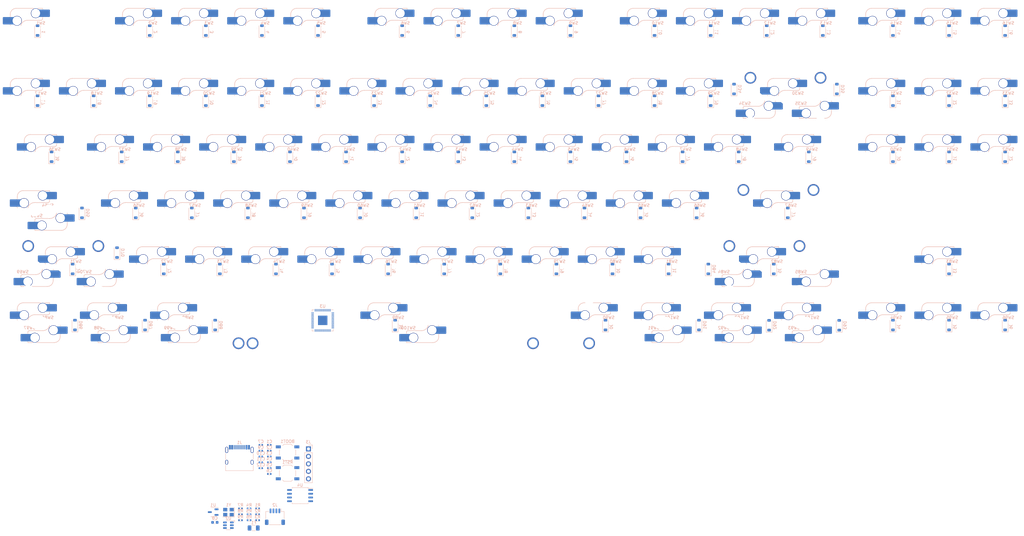
<source format=kicad_pcb>
(kicad_pcb (version 20221018) (generator pcbnew)
  (layers (0 "F.Cu" signal) (31 "B.Cu" signal) (34 "B.Paste" user) (35 "F.Paste" user) (36 "B.SilkS" user "B.Silkscreen") (37 "F.SilkS" user "F.Silkscreen") (38 "B.Mask" user) (39 "F.Mask" user) (44 "Edge.Cuts" user))
  (net 0 "")
  (net 1 "GND")
  (net 2 "Net-(BOOT1-Pad2)")
  (net 3 "+5V")
  (net 4 "+3V3")
  (net 5 "XIN")
  (net 6 "Net-(C4-Pad2)")
  (net 7 "+1V1")
  (net 9 "Net-(D1-A)")
  (net 11 "Net-(D2-A)")
  (net 13 "Net-(D3-A)")
  (net 15 "Net-(D4-A)")
  (net 17 "Net-(D5-A)")
  (net 19 "Net-(D6-A)")
  (net 21 "Net-(D7-A)")
  (net 23 "Net-(D8-A)")
  (net 25 "Net-(D9-A)")
  (net 27 "Net-(D10-A)")
  (net 29 "Net-(D11-A)")
  (net 31 "Net-(D12-A)")
  (net 33 "Net-(D13-A)")
  (net 35 "Net-(D14-A)")
  (net 37 "Net-(D15-A)")
  (net 39 "Net-(D16-A)")
  (net 41 "Net-(D17-A)")
  (net 43 "Net-(D18-A)")
  (net 45 "Net-(D19-A)")
  (net 47 "Net-(D20-A)")
  (net 49 "Net-(D21-A)")
  (net 51 "Net-(D22-A)")
  (net 53 "Net-(D23-A)")
  (net 55 "Net-(D24-A)")
  (net 57 "Net-(D25-A)")
  (net 59 "Net-(D26-A)")
  (net 61 "Net-(D27-A)")
  (net 63 "Net-(D28-A)")
  (net 65 "Net-(D29-A)")
  (net 67 "Net-(D31-A)")
  (net 69 "Net-(D32-A)")
  (net 71 "Net-(D33-A)")
  (net 73 "Net-(D34-A)")
  (net 75 "Net-(D35-A)")
  (net 77 "Net-(D36-A)")
  (net 79 "Net-(D37-A)")
  (net 81 "Net-(D38-A)")
  (net 83 "Net-(D39-A)")
  (net 85 "Net-(D40-A)")
  (net 87 "Net-(D41-A)")
  (net 89 "Net-(D42-A)")
  (net 91 "Net-(D43-A)")
  (net 93 "Net-(D44-A)")
  (net 95 "Net-(D45-A)")
  (net 97 "Net-(D46-A)")
  (net 99 "Net-(D47-A)")
  (net 101 "Net-(D48-A)")
  (net 103 "Net-(D49-A)")
  (net 105 "Net-(D50-A)")
  (net 107 "Net-(D51-A)")
  (net 109 "Net-(D52-A)")
  (net 111 "Net-(D55-A)")
  (net 113 "Net-(D56-A)")
  (net 115 "Net-(D57-A)")
  (net 117 "Net-(D58-A)")
  (net 119 "Net-(D59-A)")
  (net 121 "Net-(D60-A)")
  (net 123 "Net-(D61-A)")
  (net 125 "Net-(D62-A)")
  (net 127 "Net-(D63-A)")
  (net 129 "Net-(D64-A)")
  (net 131 "Net-(D65-A)")
  (net 133 "Net-(D66-A)")
  (net 135 "Net-(D67-A)")
  (net 137 "Net-(D69-A)")
  (net 139 "Net-(D70-A)")
  (net 141 "Net-(D72-A)")
  (net 143 "Net-(D73-A)")
  (net 145 "Net-(D74-A)")
  (net 147 "Net-(D75-A)")
  (net 149 "Net-(D76-A)")
  (net 151 "Net-(D77-A)")
  (net 153 "Net-(D78-A)")
  (net 155 "Net-(D79-A)")
  (net 157 "Net-(D80-A)")
  (net 159 "Net-(D81-A)")
  (net 161 "Net-(D83-A)")
  (net 163 "Net-(D84-A)")
  (net 165 "Net-(D85-A)")
  (net 167 "Net-(D86-A)")
  (net 169 "Net-(D87-A)")
  (net 171 "Net-(D88-A)")
  (net 173 "Net-(D89-A)")
  (net 175 "Net-(D90-A)")
  (net 177 "Net-(D91-A)")
  (net 179 "Net-(D92-A)")
  (net 181 "Net-(D93-A)")
  (net 183 "Net-(D94-A)")
  (net 185 "Net-(D95-A)")
  (net 187 "Net-(D96-A)")
  (net 188 "VBUS")
  (net 189 "Net-(J1-CC1)")
  (net 190 "D+")
  (net 191 "D-")
  (net 193 "Net-(J1-CC2)")
  (net 195 "RESET")
  (net 196 "SWC")
  (net 197 "SWD")
  (net 198 "Net-(R4-Pad1)")
  (net 199 "Q_SEL")
  (net 200 "XOUT")
  (net 201 "Net-(U3-USB_DP)")
  (net 202 "Net-(U3-USB_DM)")
  (net 336 "Q_IO3")
  (net 337 "Q_CLK")
  (net 338 "Q_IO0")
  (net 339 "Q_IO2")
  (net 340 "Q_IO1")
  (footprint "PCM_marbastlib-mx:STAB_MX_P_6.25u" (layer "F.Cu") (at 146.05 125.4125 180)
    (fp_text reference "S2" hide)
    (fp_text value "MX_stab")
  )
  (footprint "PCM_marbastlib-mx:STAB_MX_P_2.25u" (layer "F.Cu") (at 279.4 87.3125)
    (fp_text reference "S1" hide)
    (fp_text value "MX_stab")
  )
  (footprint "PCM_marbastlib-mx:STAB_MX_P_2.75u" (layer "F.Cu") (at 274.6375 106.3625)
    (fp_text reference "S4" hide)
    (fp_text value "MX_stab")
  )
  (footprint "PCM_marbastlib-mx:STAB_MX_P_2u" (layer "F.Cu") (at 281.78125 49.2125)
    (fp_text reference "S6" hide)
    (fp_text value "MX_stab")
  )
  (footprint "PCM_marbastlib-mx:STAB_MX_P_2.25u" (layer "F.Cu") (at 36.5125 106.3625)
    (fp_text reference "S5" hide)
    (fp_text value "MX_stab")
  )
  (footprint "PCM_marbastlib-mx:STAB_MX_P_7u" (layer "F.Cu") (at 157.95625 125.4125 180)
    (fp_text reference "S3" hide)
    (fp_text value "MX_stab")
  )
  (footprint "Diode_SMD:D_SOD-123" (layer "B.Cu") (at 337.34375 50.00625 90)
    (fp_text reference "D32")
    (fp_text value "D_Small")
  )
  (footprint "Diode_SMD:D_SOD-123" (layer "B.Cu") (at 265.90625 69.05625 90)
    (fp_text reference "D48")
    (fp_text value "D_Small")
  )
  (footprint "Diode_SMD:D_SOD-123" (layer "B.Cu") (at 161.13125 50.00625 90)
    (fp_text reference "D24")
    (fp_text value "D_Small")
  )
  (footprint "PCM_marbastlib-mx:SW_MX_HS_1.25u" (layer "B.Cu") (at 26.9875 125.4125 180)
    (fp_text reference "SW86")
    (fp_text value "MX_SW_HS" hide)
  )
  (footprint "Diode_SMD:D_SOD-123" (layer "B.Cu") (at 223.04375 107.15625 90)
    (fp_text reference "D80")
    (fp_text value "D_Small")
  )
  (footprint "marbastlib-mx:SW_MX_HS_1u" (layer "B.Cu") (at 43.65625 49.2125 180)
    (fp_text reference "SW18")
    (fp_text value "MX_SW_HS" hide)
  )
  (footprint "marbastlib-mx:SW_MX_HS_1u" (layer "B.Cu") (at 353.21875 49.2125 180)
    (fp_text reference "SW33")
    (fp_text value "MX_SW_HS" hide)
  )
  (footprint "Diode_SMD:D_SOD-123" (layer "B.Cu") (at 149.225 126.20625 90)
    (fp_text reference "D89")
    (fp_text value "D_Small")
  )
  (footprint "marbastlib-mx:SW_MX_HS_1u" (layer "B.Cu") (at 153.19375 87.3125 180)
    (fp_text reference "SW61")
    (fp_text value "MX_SW_HS" hide)
  )
  (footprint "Diode_SMD:D_SOD-123" (layer "B.Cu") (at 65.88125 50.00625 90)
    (fp_text reference "D19")
    (fp_text value "D_Small")
  )
  (footprint "Capacitor_SMD:C_0402_1005Metric" (layer "B.Cu") (at 103.6075 168.905 180)
    (fp_text reference "C9")
    (fp_text value "1u")
  )
  (footprint "marbastlib-mx:SW_MX_HS_1u" (layer "B.Cu") (at 53.18125 125.4125)
    (fp_text reference "SW98")
    (fp_text value "MX_SW_HS" hide)
  )
  (footprint "Diode_SMD:D_SOD-123" (layer "B.Cu") (at 318.29375 26.19375 90)
    (fp_text reference "D14")
    (fp_text value "D_Small")
  )
  (footprint "Diode_SMD:D_SOD-123" (layer "B.Cu") (at 356.39375 126.20625 90)
    (fp_text reference "D96")
    (fp_text value "D_Small")
  )
  (footprint "Connector_JST:JST_SH_SM04B-SRSS-TB_1x04-1MP_P1.00mm_Horizontal" (layer "B.Cu") (at 108.3975 191.325 180)
    (fp_text reference "J2")
    (fp_text value "Conn_01x04")
  )
  (footprint "marbastlib-mx:SW_MX_HS_1u" (layer "B.Cu") (at 110.33125 68.2625 180)
    (fp_text reference "SW40")
    (fp_text value "MX_SW_HS" hide)
  )
  (footprint "PCM_marbastlib-mx:SW_MX_HS_1.5u" (layer "B.Cu") (at 238.91875 125.4125 180)
    (fp_text reference "SW101")
    (fp_text value "MX_SW_HS" hide)
  )
  (footprint "marbastlib-mx:SW_MX_HS_1u" (layer "B.Cu") (at 234.15625 25.4 180)
    (fp_text reference "SW10")
    (fp_text value "MX_SW_HS" hide)
  )
  (footprint "marbastlib-mx:SW_MX_HS_1u" (layer "B.Cu") (at 24.60625 49.2125 180)
    (fp_text reference "SW17")
    (fp_text value "MX_SW_HS" hide)
  )
  (footprint "Diode_SMD:D_SOD-123" (layer "B.Cu") (at 108.74375 107.15625 90)
    (fp_text reference "D74")
    (fp_text value "D_Small")
  )
  (footprint "PCM_marbastlib-various:SOT-23-6-routable" (layer "B.Cu") (at 92.5825 194.195 180)
    (fp_text reference "U2")
    (fp_text value "SRV05-4")
  )
  (footprint "marbastlib-mx:SW_MX_HS_1u" (layer "B.Cu") (at 291.30625 49.2125)
    (fp_text reference "SW35")
    (fp_text value "MX_SW_HS" hide)
  )
  (footprint "PCM_marbastlib-mx:SW_MX_HS_1.25u" (layer "B.Cu") (at 26.9875 106.3625)
    (fp_text reference "SW69")
    (fp_text value "MX_SW_HS" hide)
  )
  (footprint "Diode_SMD:D_SOD-123" (layer "B.Cu") (at 103.98125 26.19375 90)
    (fp_text reference "D4")
    (fp_text value "D_Small")
  )
  (footprint "Diode_SMD:D_SOD-123" (layer "B.Cu") (at 151.60625 69.05625 90)
    (fp_text reference "D42")
    (fp_text value "D_Small")
  )
  (footprint "marbastlib-mx:SW_MX_HS_1u" (layer "B.Cu") (at 86.51875 106.3625 180)
    (fp_text reference "SW73")
    (fp_text value "MX_SW_HS" hide)
  )
  (footprint "Diode_SMD:D_SOD-123" (layer "B.Cu") (at 156.36875 88.10625 90)
    (fp_text reference "D61")
    (fp_text value "D_Small")
  )
  (footprint "Diode_SMD:D_SOD-123" (layer "B.Cu") (at 300.0375 126.26875 90)
    (fp_text reference "D93")
    (fp_text value "D_Small")
  )
  (footprint "marbastlib-mx:SW_MX_HS_1u" (layer "B.Cu") (at 219.86875 106.3625 180)
    (fp_text reference "SW80")
    (fp_text value "MX_SW_HS" hide)
  )
  (footprint "Diode_SMD:D_SOD-123" (layer "B.Cu") (at 252.4125 126.20625 90)
    (fp_text reference "D91")
    (fp_text value "D_Small")
  )
  (footprint "Diode_SMD:D_SOD-123" (layer "B.Cu") (at 175.41875 88.10625 90)
    (fp_text reference "D62")
    (fp_text value "D_Small")
  )
  (footprint "marbastlib-mx:SW_MX_HS_1u" (layer "B.Cu") (at 334.16875 68.2625 180)
    (fp_text reference "SW51")
    (fp_text value "MX_SW_HS" hide)
  )
  (footprint "marbastlib-mx:SW_MX_HS_1u" (layer "B.Cu") (at 76.99375 87.3125 180)
    (fp_text reference "SW57")
    (fp_text value "MX_SW_HS" hide)
  )
  (footprint "Capacitor_SMD:C_0402_1005Metric" (layer "B.Cu") (at 106.4775 170.875 180)
    (fp_text reference "C3")
    (fp_text value "22p")
  )
  (footprint "PCM_marbastlib-mx:SW_MX_HS_1.25u" (layer "B.Cu") (at 50.8 125.4125 180)
    (fp_text reference "SW87")
    (fp_text value "MX_SW_HS" hide)
  )
  (footprint "Capacitor_SMD:C_0402_1005Metric" (layer "B.Cu") (at 106.4775 166.935 180)
    (fp_text reference "C1")
    (fp_text value "1u")
  )
  (footprint "Capacitor_SMD:C_0402_1005Metric" (layer "B.Cu") (at 106.4775 168.905 180)
    (fp_text reference "C2")
    (fp_text value "1u")
  )
  (footprint "Diode_SMD:D_SOD-123" (layer "B.Cu") (at 337.34375 107.15625 90)
    (fp_text reference "D83")
    (fp_text value "D_Small")
  )
  (footprint "Diode_SMD:D_SOD-123" (layer "B.Cu") (at 64.29375 126.20625 90)
    (fp_text reference "D87")
    (fp_text value "D_Small")
  )
  (footprint "marbastlib-mx:SW_MX_HS_1u" (layer "B.Cu") (at 24.60625 25.4 180)
    (fp_text reference "SW1")
    (fp_text value "MX_SW_HS" hide)
  )
  (footprint "Resistor_SMD:R_0402_1005Metric" (layer "B.Cu") (at 99.6075 190.505 180)
    (fp_text reference "R5")
    (fp_text value "5.1k")
  )
  (footprint "PCM_marbastlib-mx:SW_MX_HS_1.5u" (layer "B.Cu") (at 76.99375 125.4125)
    (fp_text reference "SW99")
    (fp_text value "MX_SW_HS" hide)
  )
  (footprint "marbastlib-mx:SW_MX_HS_1u" (layer "B.Cu") (at 353.21875 25.4 180)
    (fp_text reference "SW16")
    (fp_text value "MX_SW_HS" hide)
  )
  (footprint "Capacitor_SMD:C_0402_1005Metric" (layer "B.Cu") (at 103.6075 174.815 180)
    (fp_text reference "C12")
    (fp_text value "100n")
  )
  (footprint "Diode_SMD:D_SOD-123" (layer "B.Cu") (at 84.93125 50.00625 90)
    (fp_text reference "D20")
    (fp_text value "D_Small")
  )
  (footprint "Capacitor_SMD:C_0402_1005Metric" (layer "B.Cu") (at 106.4775 172.845 180)
    (fp_text reference "C4")
    (fp_text value "22p")
  )
  (footprint "marbastlib-mx:SW_MX_HS_1u" (layer "B.Cu") (at 157.95625 49.2125 180)
    (fp_text reference "SW24")
    (fp_text value "MX_SW_HS" hide)
  )
  (footprint "Diode_SMD:D_SOD-123" (layer "B.Cu") (at 289.71875 69.05625 90)
    (fp_text reference "D49")
    (fp_text value "D_Small")
  )
  (footprint "marbastlib-mx:SW_MX_HS_1u" (layer "B.Cu") (at 96.04375 87.3125 180)
    (fp_text reference "SW58")
    (fp_text value "MX_SW_HS" hide)
  )
  (footprint "Button_Switch_SMD:SW_SPST_TL3342" (layer "B.Cu") (at 112.6875 169.475 180)
    (fp_text reference "BOOT1")
    (fp_text value "SW_Push")
  )
  (footprint "Diode_SMD:D_SOD-123" (layer "B.Cu") (at 127.79375 107.15625 90)
    (fp_text reference "D75")
    (fp_text value "D_Small")
  )
  (footprint "marbastlib-mx:SW_MX_HS_1u" (layer "B.Cu") (at 105.56875 106.3625 180)
    (fp_text reference "SW74")
    (fp_text value "MX_SW_HS" hide)
  )
  (footprint "Diode_SMD:D_SOD-123" (layer "B.Cu") (at 151.60625 26.19375 90)
    (fp_text reference "D6")
    (fp_text value "D_Small")
  )
  (footprint "Diode_SMD:D_SOD-123" (layer "B.Cu") (at 61.11875 88.10625 90)
    (fp_text reference "D56")
    (fp_text value "D_Small")
  )
  (footprint "Diode_SMD:D_SOD-123" (layer "B.Cu") (at 242.09375 107.15625 90)
    (fp_text reference "D81")
    (fp_text value "D_Small")
  )
  (footprint "marbastlib-mx:SW_MX_HS_1u" (layer "B.Cu") (at 272.25625 49.2125)
    (fp_text reference "SW34")
    (fp_text value "MX_SW_HS" hide)
  )
  (footprint "marbastlib-mx:SW_MX_HS_1u" (layer "B.Cu") (at 334.16875 125.4125 180)
    (fp_text reference "SW95")
    (fp_text value "MX_SW_HS" hide)
  )
  (footprint "Resistor_SMD:R_0402_1005Metric" (layer "B.Cu") (at 102.5175 188.515 180)
    (fp_text reference "R1")
    (fp_text value "5.1k")
  )
  (footprint "marbastlib-mx:SW_MX_HS_1u" (layer "B.Cu") (at 53.18125 68.2625 180)
    (fp_text reference "SW37")
    (fp_text value "MX_SW_HS" hide)
  )
  (footprint "marbastlib-mx:SW_MX_HS_1u" (layer "B.Cu") (at 274.6375 106.3625 180)
    (fp_text reference "SW82")
    (fp_text value "MX_SW_HS" hide)
  )
  (footprint "PCM_marbastlib-mx:SW_MX_HS_1.5u" (layer "B.Cu") (at 29.36875 68.2625 180)
    (fp_text reference "SW36")
    (fp_text value "MX_SW_HS" hide)
  )
  (footprint "Connector_USB:USB_C_Receptacle_HRO_TYPE-C-31-M-12" (layer "B.Cu") (at 96.3275 171.745 180)
    (fp_text reference "J1")
    (fp_text value "USB_C_Receptacle_USB2.0")
  )
  (footprint "marbastlib-mx:SW_MX_HS_1u" (layer "B.Cu") (at 62.70625 49.2125 180)
    (fp_text reference "SW19")
    (fp_text value "MX_SW_HS" hide)
  )
  (footprint "Diode_SMD:D_SOD-123" (layer "B.Cu") (at 70.64375 107.15625 90)
    (fp_text reference "D72")
    (fp_text value "D_Small")
  )
  (footprint "Diode_SMD:D_SOD-123" (layer "B.Cu") (at 189.70625 26.19375 90)
    (fp_text reference "D8")
    (fp_text value "D_Small")
  )
  (footprint "Diode_SMD:D_SOD-123" (layer "B.Cu") (at 123.03125 50.00625 90)
    (fp_text reference "D22")
    (fp_text value "D_Small")
  )
  (footprint "Diode_SMD:D_SOD-123" (layer "B.Cu") (at 277.8125 107.15625 90)
    (fp_text reference "D85")
    (fp_text value "D_Small")
  )
  (footprint "Diode_SMD:D_SOD-123" (layer "B.Cu") (at 356.39375 26.19375 90)
    (fp_text reference "D16")
    (fp_text value "D_Small")
  )
  (footprint "marbastlib-mx:SW_MX_HS_1u" (layer "B.Cu") (at 134.14375 87.3125 180)
    (fp_text reference "SW60")
    (fp_text value "MX_SW_HS" hide)
  )
  (footprint "Capacitor_SMD:C_0402_1005Metric" (layer "B.Cu") (at 103.6075 172.845 180)
    (fp_text reference "C11")
    (fp_text value "100n")
  )
  (footprint "marbastlib-mx:SW_MX_HS_1u" (layer "B.Cu") (at 196.05625 49.2125 180)
    (fp_text reference "SW26")
    (fp_text value "MX_SW_HS" hide)
  )
  (footprint "marbastlib-mx:SW_MX_HS_1u" (layer "B.Cu") (at 115.09375 87.3125 180)
    (fp_text reference "SW59")
    (fp_text value "MX_SW_HS" hide)
  )
  (footprint "marbastlib-mx:SW_MX_HS_1u" (layer "B.Cu") (at 67.46875 106.3625 180)
    (fp_text reference "SW72")
    (fp_text value "MX_SW_HS" hide)
  )
  (footprint "marbastlib-mx:SW_MX_HS_1u" (layer "B.Cu") (at 57.94375 87.3125 180)
    (fp_text reference "SW56")
    (fp_text value "MX_SW_HS" hide)
  )
  (footprint "marbastlib-mx:SW_MX_HS_1u" (layer "B.Cu") (at 281.78125 49.2125 180)
    (fp_text reference "SW30")
    (fp_text value "MX_SW_HS" hide)
  )
  (footprint "Diode_SMD:D_SOD-123" (layer "B.Cu") (at 356.39375 69.05625 90)
    (fp_text reference "D52")
    (fp_text value "D_Small")
  )
  (footprint "Diode_SMD:D_SOD-123" (layer "B.Cu") (at 142.08125 50.00625 90)
    (fp_text reference "D23")
    (fp_text value "D_Small")
  )
  (footprint "Package_SO:SOIC-8_5.23x5.23mm_P1.27mm" (layer "B.Cu") (at 116.9375 184.135 180)
    (fp_text reference "U4")
    (fp_text value "W25Q128JVS")
  )
  (footprint "marbastlib-mx:SW_MX_HS_1u" (layer "B.Cu") (at 124.61875 106.3625 180)
    (fp_text reference "SW75")
    (fp_text value "MX_SW_HS" hide)
  )
  (footprint "Diode_SMD:D_SOD-123" (layer "B.Cu") (at 194.46875 88.10625 90)
    (fp_text reference "D63")
    (fp_text value "D_Small")
  )
  (footprint "marbastlib-mx:SW_MX_HS_1u" (layer "B.Cu") (at 262.73125 68.2625 180)
    (fp_text reference "SW48")
    (fp_text value "MX_SW_HS" hide)
  )
  (footprint "marbastlib-mx:SW_MX_HS_1u" (layer "B.Cu") (at 291.30625 106.3625)
    (fp_text reference "SW85")
    (fp_text value "MX_SW_HS" hide)
  )
  (footprint "marbastlib-mx:SW_MX_HS_1u" (layer "B.Cu") (at 62.70625 25.4 180)
    (fp_text reference "SW2")
    (fp_text value "MX_SW_HS" hide)
  )
  (footprint "Capacitor_SMD:C_0402_1005Metric" (layer "B.Cu") (at 103.6075 170.875 180)
    (fp_text reference "C10")
    (fp_text value "100n")
  )
  (footprint "Diode_SMD:D_SOD-123" (layer "B.Cu") (at 232.56875 88.10625 90)
    (fp_text reference "D65")
    (fp_text value "D_Small")
  )
  (footprint "Diode_SMD:D_SOD-123" (layer "B.Cu") (at 227.80625 69.05625 90)
    (fp_text reference "D46")
    (fp_text value "D_Small")
  )
  (footprint "marbastlib-mx:SW_MX_HS_1u" (layer "B.Cu") (at 138.90625 49.2125 180)
    (fp_text reference "SW23")
    (fp_text value "MX_SW_HS" hide)
  )
  (footprint "marbastlib-mx:SW_MX_HS_1u" (layer "B.Cu") (at 48.41875 106.3625)
    (fp_text reference "SW70")
    (fp_text value "MX_SW_HS" hide)
  )
  (footprint "marbastlib-mx:SW_MX_HS_1u" (layer "B.Cu") (at 215.10625 49.2125 180)
    (fp_text reference "SW27")
    (fp_text value "MX_SW_HS" hide)
  )
  (footprint "marbastlib-mx:SW_MX_HS_1u" (layer "B.Cu") (at 148.43125 68.2625 180)
    (fp_text reference "SW42")
    (fp_text value "MX_SW_HS" hide)
  )
  (footprint "marbastlib-mx:SW_MX_HS_1u" (layer "B.Cu") (at 100.80625 25.4 180)
    (fp_text reference "SW4")
    (fp_text value "MX_SW_HS" hide)
  )
  (footprint "marbastlib-mx:SW_MX_HS_1u" (layer "B.Cu") (at 334.16875 49.2125 180)
    (fp_text reference "SW32")
    (fp_text value "MX_SW_HS" hide)
  )
  (footprint "Diode_SMD:D_SOD-123" (layer "B.Cu") (at 356.39375 50.00625 90)
    (fp_text reference "D33")
    (fp_text value "D_Small")
  )
  (footprint "marbastlib-mx:SW_MX_HS_1u" (layer "B.Cu") (at 334.16875 106.3625 180)
    (fp_text reference "SW83")
    (fp_text value "MX_SW_HS" hide)
  )
  (footprint "Diode_SMD:D_SOD-123" (layer "B.Cu") (at 65.88125 26.19375 90)
    (fp_text reference "D2")
    (fp_text value "D_Small")
  )
  (footprint "Diode_SMD:D_SOD-123" (layer "B.Cu") (at 27.78125 50.00625 90)
    (fp_text reference "D17")
    (fp_text value "D_Small")
  )
  (footprint "Diode_SMD:D_SOD-123" (layer "B.Cu") (at 42.8625 88.10625 90)
    (fp_text reference "D55")
    (fp_text value "D_Small")
  )
  (footprint "marbastlib-mx:SW_MX_HS_1u" (layer "B.Cu") (at 200.81875 106.3625 180)
    (fp_text reference "SW79")
    (fp_text value "MX_SW_HS" hide)
  )
  (footprint "Resistor_SMD:R_0402_1005Metric" (layer "B.Cu") (at 96.6975 188.515 180)
    (fp_text reference "R7")
    (fp_text value "1k")
  )
  (footprint "Diode_SMD:D_SOD-123" (layer "B.Cu") (at 184.94375 107.15625 90)
    (fp_text reference "D78")
    (fp_text value "D_Small")
  )
  (footprint "marbastlib-mx:SW_MX_HS_1u" (layer "B.Cu") (at 129.38125 68.2625 180)
    (fp_text reference "SW41")
    (fp_text value "MX_SW_HS" hide)
  )
  (footprint "Diode_SMD:D_SOD-123" (layer "B.Cu") (at 337.34375 26.19375 90)
    (fp_text reference "D15")
    (fp_text value "D_Small")
  )
  (footprint "Diode_SMD:D_SOD-123" (layer "B.Cu") (at 275.43125 26.19375 90)
    (fp_text reference "D12")
    (fp_text value "D_Small")
  )
  (footprint "marbastlib-mx:SW_MX_HS_1u" (layer "B.Cu") (at 181.76875 106.3625 180)
    (fp_text reference "SW78")
    (fp_text value "MX_SW_HS" hide)
  )
  (footprint "Diode_SMD:D_SOD-123" (layer "B.Cu") (at 237.33125 50.00625 90)
    (fp_text reference "D28")
    (fp_text value "D_Small")
  )
  (footprint "Resistor_SMD:R_0402_1005Metric" (layer "B.Cu") (at 96.6975 190.505 180)
    (fp_text reference "R8")
    (fp_text value "27")
  )
  (footprint "Resistor_SMD:R_0402_1005Metric" (layer "B.Cu") (at 102.5175 190.505 180)
    (fp_text reference "R2")
    (fp_text value "5.1k")
  )
  (footprint "marbastlib-mx:SW_MX_HS_1u" (layer "B.Cu") (at 167.48125 25.4 180)
    (fp_text reference "SW7")
    (fp_text value "MX_SW_HS" hide)
  )
  (footprint "PCM_marbastlib-mx:SW_MX_HS_1.5u" (layer "B.Cu") (at 286.54375 125.4125 180)
    (fp_text reference "SW103")
    (fp_text value "MX_SW_HS" hide)
  )
  (footprint "PCM_marbastlib-mx:SW_MX_HS_1.25u" (layer "B.Cu") (at 74.6125 125.4125 180)
    (fp_text reference "SW88")
    (fp_text value "MX_SW_HS" hide)
  )
  (footprint "Package_DFN_QFN:QFN-56-1EP_7x7mm_P0.4mm_EP3.2x3.2mm" (layer "B.Cu") (at 124.61875 124.61875 180)
    (fp_text reference "U3")
    (fp_text value "RP2040")
  )
  (footprint "Diode_SMD:D_SOD-123" (layer "B.Cu") (at 39.6875 107.15625 90)
    (fp_text reference "D69")
    (fp_text value "D_Small")
  )
  (footprint "Diode_SMD:D_SOD-123" (layer "B.Cu") (at 264.31875 46.0375 90)
    (fp_text reference "D34")
    (fp_text value "D_Small")
  )
  (footprint "Diode_SMD:D_SOD-123" (layer "B.Cu") (at 123.03125 26.19375 90)
    (fp_text reference "D5")
    (fp_text value "D_Small")
  )
  (footprint "Diode_SMD:D_SOD-123" (layer "B.Cu") (at 165.89375 107.15625 90)
    (fp_text reference "D77")
    (fp_text value "D_Small")
  )
  (footprint "PCM_marbastlib-mx:SW_MX_HS_1.5u" (layer "B.Cu") (at 29.36875 125.4125)
    (fp_text reference "SW97")
    (fp_text value "MX_SW_HS" hide)
  )
  (footprint "Diode_SMD:D_SOD-123" (layer "B.Cu") (at 46.83125 50.00625 90)
    (fp_text reference "D18")
    (fp_text value "D_Small")
  )
  (footprint "Package_TO_SOT_SMD:SOT-23-3" (layer "B.Cu") (at 87.4175 189.745 180)
    (fp_text reference "U1")
    (fp_text value "XC6206PxxxMR")
  )
  (footprint "Diode_SMD:D_SOD-123" (layer "B.Cu") (at 189.70625 69.05625 90)
    (fp_text reference "D44")
    (fp_text value "D_Small")
  )
  (footprint "Capacitor_SMD:C_0402_1005Metric" (layer "B.Cu") (at 103.6075 166.935 180)
    (fp_text reference "C7")
    (fp_text value "100n")
  )
  (footprint "marbastlib-mx:SW_MX_HS_1u" (layer "B.Cu") (at 172.24375 87.3125 180)
    (fp_text reference "SW62")
    (fp_text value "MX_SW_HS" hide)
  )
  (footprint "marbastlib-mx:SW_MX_HS_1u" (layer "B.Cu") (at 81.75625 49.2125 180)
    (fp_text reference "SW20")
    (fp_text value "MX_SW_HS" hide)
  )
  (footprint "Diode_SMD:D_SOD-123" (layer "B.Cu") (at 203.99375 107.15625 90)
    (fp_text reference "D79")
    (fp_text value "D_Small")
  )
  (footprint "Diode_SMD:D_SOD-123" (layer "B.Cu") (at 208.75625 26.19375 90)
    (fp_text reference "D9")
    (fp_text value "D_Small")
  )
  (footprint "PCM_marbastlib-mx:SW_MX_HS_1.25u" (layer "B.Cu") (at 241.3 125.4125)
    (fp_text reference "SW91")
    (fp_text value "MX_SW_HS" hide)
  )
  (footprint "PCM_marbastlib-mx:SW_MX_HS_1.25u" (layer "B.Cu") (at 288.925 125.4125)
    (fp_text reference "SW93")
    (fp_text value "MX_SW_HS" hide)
  )
  (footprint "marbastlib-mx:SW_MX_HS_1u" (layer "B.Cu") (at 234.15625 49.2125 180)
    (fp_text reference "SW28")
    (fp_text value "MX_SW_HS" hide)
  )
  (footprint "Diode_SMD:D_SOD-123" (layer "B.Cu") (at 251.61875 88.10625 90)
    (fp_text reference "D66")
    (fp_text value "D_Small")
  )
  (footprint "Diode_SMD:D_SOD-123" (layer "B.Cu") (at 246.85625 69.05625 90)
    (fp_text reference "D47")
    (fp_text value "D_Small")
  )
  (footprint "marbastlib-mx:SW_MX_HS_1u" (layer "B.Cu") (at 291.30625 25.4 180)
    (fp_text reference "SW13")
    (fp_text value "MX_SW_HS" hide)
  )
  (footprint "PCM_marbastlib-mx:SW_MX_HS_1.25u" (layer "B.Cu") (at 217.4875 125.4125 180)
    (fp_text reference "SW90")
    (fp_text value "MX_SW_HS" hide)
  )
  (footprint "Resistor_SMD:R_0402_1005Metric" (layer "B.Cu") (at 99.6075 192.495 180)
    (fp_text reference "R6")
    (fp_text value "1k")
  )
  (footprint "Connector_PinHeader_2.54mm:PinHeader_1x05_P2.54mm_Vertical" (layer "B.Cu") (at 119.7875 168.275 180)
    (fp_text reference "J3")
    (fp_text value "Conn_01x05")
  )
  (footprint "Capacitor_SMD:C_0603_1608Metric" (layer "B.Cu") (at 87.9875 193.225 180)
    (fp_text reference "C8")
    (fp_text value "10u")
  )
  (footprint "Diode_SMD:D_SOD-123" (layer "B.Cu") (at 84.93125 26.19375 90)
    (fp_text reference "D3")
    (fp_text value "D_Small")
  )
  (footprint "Diode_SMD:D_SOD-123" (layer "B.Cu") (at 80.16875 88.10625 90)
    (fp_text reference "D57")
    (fp_text value "D_Small")
  )
  (footprint "Resistor_SMD:R_0402_1005Metric" (layer "B.Cu") (at 102.5175 192.495 180)
    (fp_text reference "R3")
    (fp_text value "5.1k")
  )
  (footprint "marbastlib-mx:SW_MX_HS_1u" (layer "B.Cu") (at 224.63125 68.2625 180)
    (fp_text reference "SW46")
    (fp_text value "MX_SW_HS" hide)
  )
  (footprint "marbastlib-mx:SW_MX_HS_1u" (layer "B.Cu") (at 253.20625 49.2125 180)
    (fp_text reference "SW29")
    (fp_text value "MX_SW_HS" hide)
  )
  (footprint "marbastlib-mx:SW_MX_HS_1u" (layer "B.Cu") (at 334.16875 25.4 180)
    (fp_text reference "SW15")
    (fp_text value "MX_SW_HS" hide)
  )
  (footprint "PCM_marbastlib-mx:SW_MX_HS_1.75u_STP_1.25" (layer "B.Cu") (at 26.9875 87.3125 180)
    (fp_text reference "SW54")
    (fp_text value "MX_SW_HS" hide)
  )
  (footprint "marbastlib-mx:SW_MX_HS_1u" (layer "B.Cu") (at 229.39375 87.3125 180)
    (fp_text reference "SW65")
    (fp_text value "MX_SW_HS" hide)
  )
  (footprint "marbastlib-mx:SW_MX_HS_1u" (layer "B.Cu") (at 162.71875 106.3625 180)
    (fp_text reference "SW77")
    (fp_text value "MX_SW_HS" hide)
  )
  (footprint "marbastlib-mx:SW_MX_HS_1u" (layer "B.Cu") (at 157.95625 125.4125)
    (fp_text reference "SW100")
    (fp_text value "MX_SW_HS" hide)
  )
  (footprint "marbastlib-mx:SW_MX_HS_1u" (layer "B.Cu") (at 253.20625 25.4 180)
    (fp_text reference "SW11")
    (fp_text value "MX_SW_HS" hide)
  )
  (footprint "marbastlib-mx:SW_MX_HS_1u" (layer "B.Cu") (at 191.29375 87.3125 180)
    (fp_text reference "SW63")
    (fp_text value "MX_SW_HS" hide)
  )
  (footprint "Diode_SMD:D_SOD-123" (layer "B.Cu") (at 220.6625 126.20625 90)
    (fp_text reference "D90")
    (fp_text value "D_Small")
  )
  (footprint "marbastlib-mx:SW_MX_HS_1u" (layer "B.Cu") (at 167.48125 68.2625 180)
    (fp_text reference "SW43")
    (fp_text value "MX_SW_HS" hide)
  )
  (footprint "Diode_SMD:D_SOD-123" (layer "B.Cu") (at 137.31875 88.10625 90)
    (fp_text reference "D60")
    (fp_text value "D_Small")
  )
  (footprint "marbastlib-mx:SW_MX_HS_1u" (layer "B.Cu") (at 210.34375 87.3125 180)
    (fp_text reference "SW64")
    (fp_text value "MX_SW_HS" hide)
  )
  (footprint "Diode_SMD:D_SOD-123" (layer "B.Cu") (at 180.18125 50.00625 90)
    (fp_text reference "D25")
    (fp_text value "D_Small")
  )
  (footprint "marbastlib-mx:SW_MX_HS_1u" (layer "B.Cu") (at 186.53125 68.2625 180)
    (fp_text reference "SW44")
    (fp_text value "MX_SW_HS" hide)
  )
  (footprint "marbastlib-mx:SW_MX_HS_1u" (layer "B.Cu") (at 205.58125 68.2625 180)
    (fp_text reference "SW45")
    (fp_text value "MX_SW_HS" hide)
  )
  (footprint "marbastlib-mx:SW_MX_HS_1u" (layer "B.Cu") (at 315.11875 125.4125 180)
    (fp_text reference "SW94")
    (fp_text value "MX_SW_HS" hide)
  )
  (footprint "Resistor_SMD:R_0402_1005Metric" (layer "B.Cu") (at 96.6975 192.495 180)
    (fp_text reference "R9")
    (fp_text value "27")
  )
  (footprint "Diode_SMD:D_SOD-123" (layer "B.Cu") (at 88.10625 126.20625 90)
    (fp_text reference "D88")
    (fp_text value "D_Small")
  )
  (footprint "marbastlib-mx:SW_MX_HS_1u" (layer "B.Cu") (at 148.43125 25.4 180)
    (fp_text reference "SW6")
    (fp_text value "MX_SW_HS" hide)
  )
  (footprint "marbastlib-mx:SW_MX_HS_1u" (layer "B.Cu") (at 143.66875 106.3625 180)
    (fp_text reference "SW76")
    (fp_text value "MX_SW_HS" hide)
  )
  (footprint "Diode_SMD:D_SOD-123" (layer "B.Cu") (at 75.40625 69.05625 90)
    (fp_text reference "D38")
    (fp_text value "D_Small")
  )
  (footprint "marbastlib-mx:SW_MX_HS_1u" (layer "B.Cu") (at 315.11875 25.4 180)
    (fp_text reference "SW14")
    (fp_text value "MX_SW_HS" hide)
  )
  (footprint "Diode_SMD:D_SOD-123" (layer "B.Cu") (at 56.35625 69.05625 90)
    (fp_text reference "D37")
    (fp_text value "D_Small")
  )
  (footprint "marbastlib-mx:SW_MX_HS_1u" (layer "B.Cu") (at 81.75625 25.4 180)
    (fp_text reference "SW3")
    (fp_text value "MX_SW_HS" hide)
  )
  (footprint "Diode_SMD:D_SOD-123" (layer "B.Cu") (at 218.28125 50.00625 90)
    (fp_text reference "D27")
    (fp_text value "D_Small")
  )
  (footprint "marbastlib-mx:SW_MX_HS_1u" (layer "B.Cu") (at 248.44375 87.3125 180)
    (fp_text reference "SW66")
    (fp_text value "MX_SW_HS" hide)
  )
  (footprint "marbastlib-mx:SW_MX_HS_1u" (layer "B.Cu") (at 272.25625 25.4 180)
    (fp_text reference "SW12")
    (fp_text value "MX_SW_HS" hide)
  )
  (footprint "marbastlib-mx:SW_MX_HS_1u" (layer "B.Cu") (at 262.73125 125.4125 180)
    (fp_text reference "SW102")
    (fp_text value "MX_SW_HS" hide)
  )
  (footprint "marbastlib-mx:SW_MX_HS_1u" (layer "B.Cu") (at 177.00625 49.2125 180)
    (fp_text reference "SW25")
    (fp_text value "MX_SW_HS" hide)
  )
  (footprint "Diode_SMD:D_SOD-123" (layer "B.Cu") (at 199.23125 50.00625 90)
    (fp_text reference "D26")
    (fp_text value "D_Small")
  )
  (footprint "Diode_SMD:D_SOD-123" (layer "B.Cu") (at 318.29375 126.20625 90)
    (fp_text reference "D94")
    (fp_text value "D_Small")
  )
  (footprint "Resistor_SMD:R_0402_1005Metric" (layer "B.Cu") (at 99.6075 188.515 180)
    (fp_text reference "R4")
    (fp_text value "5.1k")
  )
  (footprint "Diode_SMD:D_SOD-123" (layer "B.Cu") (at 32.54375 69.05625 90)
    (fp_text reference "D36")
    (fp_text value "D_Small")
  )
  (footprint "Diode_SMD:D_SOD-123" (layer "B.Cu") (at 276.225 126.26875 90)
    (fp_text reference "D92")
    (fp_text value "D_Small")
  )
  (footprint "Diode_SMD:D_SOD-123" (layer "B.Cu") (at 208.75625 69.05625 90)
    (fp_text reference "D45")
    (fp_text value "D_Small")
  )
  (footprint "Diode_SMD:D_SOD-123" (layer "B.Cu") (at 213.51875 88.10625 90)
    (fp_text reference "D64")
    (fp_text value "D_Small")
  )
  (footprint "PCM_marbastlib-mx:SW_MX_HS_1.25u" (layer "B.Cu") (at 265.1125 125.4125)
    (fp_text reference "SW92")
    (fp_text value "MX_SW_HS" hide)
  )
  (footprint "PCM_marbastlib-mx:SW_MX_HS_1.75u" (layer "B.Cu") (at 31.75 87.3125)
    (fp_text reference "SW55")
    (fp_text value "MX_SW_HS" hide)
  )
  (footprint "marbastlib-mx:SW_MX_HS_1u" (layer "B.Cu") (at 205.58125 25.4 180)
    (fp_text reference "SW9")
    (fp_text value "MX_SW_HS" hide)
  )
  (footprint "Diode_SMD:D_SOD-123" (layer "B.Cu") (at 146.84375 107.15625 90)
    (fp_text reference "D76")
    (fp_text value "D_Small")
  )
  (footprint "marbastlib-mx:SW_MX_HS_1u" (layer "B.Cu") (at 353.21875 125.4125 180)
    (fp_text reference "SW96")
    (fp_text value "MX_SW_HS" hide)
  )
  (footprint "Diode_SMD:D_SOD-123" (layer "B.Cu") (at 94.45625 69.05625 90)
    (fp_text reference "D39")
    (fp_text value "D_Small")
  )
  (footprint "Fuse:Fuse_1206_3216Metric" (layer "B.Cu") (at 101.1675 195.135 180)
    (fp_text reference "F1")
    (fp_text value "Fuse_Small")
  )
  (footprint "marbastlib-mx:SW_MX_HS_1u" (layer "B.Cu") (at 36.5125 106.3625 180)
    (fp_text reference "SW71")
    (fp_text value "MX_SW_HS" hide)
  )
  (footprint "marbastlib-mx:SW_MX_HS_1u" (layer "B.Cu") (at 279.4 87.3125 180)
    (fp_text reference "SW67")
    (fp_text value "MX_SW_HS" hide)
  )
  (footprint "marbastlib-mx:SW_MX_HS_1u" (layer "B.Cu") (at 119.85625 25.4 180)
    (fp_text reference "SW5")
    (fp_text value "MX_SW_HS" hide)
  )
  (footprint "Diode_SMD:D_SOD-123" (layer "B.Cu") (at 237.33125 26.19375 90)
    (fp_text reference "D10")
    (fp_text value "D_Small")
  )
  (footprint "marbastlib-mx:SW_MX_HS_1u" (layer "B.Cu") (at 146.05 125.4125 180)
    (fp_text reference "SW89")
    (fp_text value "MX_SW_HS" hide)
  )
  (footprint "Diode_SMD:D_SOD-123" (layer "B.Cu") (at 299.24375 46.0375 90)
    (fp_text reference "D35")
    (fp_text value "D_Small")
  )
  (footprint "Diode_SMD:D_SOD-123" (layer "B.Cu") (at 99.21875 88.10625 90)
    (fp_text reference "D58")
    (fp_text value "D_Small")
  )
  (footprint "Button_Switch_SMD:SW_SPST_TL3342" (layer "B.Cu") (at 112.6875 176.525 180)
    (fp_text reference "RST1")
    (fp_text value "SW_Push")
  )
  (footprint "Diode_SMD:D_SOD-123" (layer "B.Cu") (at 318.29375 69.05625 90)
    (fp_text reference "D50")
    (fp_text value "D_Small")
  )
  (footprint "Diode_SMD:D_SOD-123" (layer "B.Cu") (at 170.65625 26.19375 90)
    (fp_text reference "D7")
    (fp_text value "D_Small")
  )
  (footprint "Diode_SMD:D_SOD-123" (layer "B.Cu") (at 337.34375 126.20625 90)
    (fp_text reference "D95")
    (fp_text value "D_Small")
  )
  (footprint "marbastlib-mx:SW_MX_HS_1u" (layer "B.Cu") (at 315.11875 68.2625 180)
    (fp_text reference "SW50")
    (fp_text value "MX_SW_HS" hide)
  )
  (footprint "Capacitor_SMD:C_0402_1005Metric" (layer "B.Cu") (at 106.4775 174.815 180)
    (fp_text reference "C5")
    (fp_text value "1u")
  )
  (footprint "Diode_SMD:D_SOD-123" (layer "B.Cu") (at 103.98125 50.00625 90)
    (fp_text reference "D21")
    (fp_text value "D_Small")
  )
  (footprint "Diode_SMD:D_SOD-123" (layer "B.Cu") (at 27.78125 26.19375 90)
    (fp_text reference "D1")
    (fp_text value "D_Small")
  )
  (footprint "marbastlib-mx:SW_MX_HS_1u" (layer "B.Cu") (at 238.91875 106.3625 180)
    (fp_text reference "SW81")
    (fp_text value "MX_SW_HS" hide)
  )
  (footprint "Diode_SMD:D_SOD-123" (layer "B.Cu") (at 255.5875 107.15625 90)
    (fp_text reference "D84")
    (fp_text value "D_Small")
  )
  (footprint "marbastlib-mx:SW_MX_HS_1u" (layer "B.Cu") (at 119.85625 49.2125 180)
    (fp_text reference "SW22")
    (fp_text value "MX_SW_HS" hide)
  )
  (footprint "Diode_SMD:D_SOD-123" (layer "B.Cu") (at 256.38125 50.00625 90)
    (fp_text reference "D29")
    (fp_text value "D_Small")
  )
  (footprint "Diode_SMD:D_SOD-123" (layer "B.Cu") (at 54.76875 101.6 90)
    (fp_text reference "D70")
    (fp_text value "D_Small")
  )
  (footprint "Diode_SMD:D_SOD-123" (layer "B.Cu") (at 294.48125 26.19375 90)
    (fp_text reference "D13")
    (fp_text value "D_Small")
  )
  (footprint "Diode_SMD:D_SOD-123" (layer "B.Cu") (at 282.575 88.10625 90)
    (fp_text reference "D67")
    (fp_text value "D_Small")
  )
  (footprint "marbastlib-mx:SW_MX_HS_1u" (layer "B.Cu") (at 100.80625 49.2125 180)
    (fp_text reference "SW21")
    (fp_text value "MX_SW_HS" hide)
  )
  (footprint "marbastlib-mx:SW_MX_HS_1u" (layer "B.Cu") (at 72.23125 68.2625 180)
    (fp_text reference "SW38")
    (fp_text value "MX_SW_HS" hide)
  )
  (footprint "Capacitor_SMD:C_0402_1005Metric" (layer "B.Cu") (at 106.4775 176.785 180)
    (fp_text reference "C6")
    (fp_text value "1u")
  )
  (footprint "Diode_SMD:D_SOD-123" (layer "B.Cu") (at 337.34375 69.05625 90)
    (fp_text reference "D51")
    (fp_text value "D_Small")
  )
  (footprint "marbastlib-mx:SW_MX_HS_1u" (layer "B.Cu") (at 186.53125 25.4 180)
    (fp_text reference "SW8")
    (fp_text value "MX_SW_HS" hide)
  )
  (footprint "Diode_SMD:D_SOD-123" (layer "B.Cu") (at 118.26875 88.10625 90)
    (fp_text reference "D59")
    (fp_text value "D_Small")
  )
  (footprint "Diode_SMD:D_SOD-123" (layer "B.Cu") (at 113.50625 69.05625 90)
    (fp_text reference "D40")
    (fp_text value "D_Small")
  )
  (footprint "Diode_SMD:D_SOD-123" (layer "B.Cu") (at 89.69375 107.15625 90)
    (fp_text reference "D73")
    (fp_text value "D_Small")
  )
  (footprint "Diode_SMD:D_SOD-123" (layer "B.Cu") (at 318.29375 50.00625 90)
    (fp_text reference "D31")
    (fp_text value "D_Small")
  )
  (footprint "Crystal:Crystal_SMD_3225-4Pin_3.2x2.5mm" (layer "B.Cu") (at 92.6175 189.745 180)
    (fp_text reference "Y1")
    (fp_text value "Crystal_GND24")
  )
  (footprint "marbastlib-mx:SW_MX_HS_1u" (layer "B.Cu") (at 353.21875 68.2625 180)
    (fp_text reference "SW52")
    (fp_text value "MX_SW_HS" hide)
  )
  (footprint "marbastlib-mx:SW_MX_HS_1u" (layer "B.Cu") (at 91.28125 68.2625 180)
    (fp_text reference "SW39")
    (fp_text value "MX_SW_HS" hide)
  )
  (footprint "Diode_SMD:D_SOD-123" (layer "B.Cu") (at 170.65625 69.05625 90)
    (fp_text reference "D43")
    (fp_text value "D_Small")
  )
  (footprint "marbastlib-mx:SW_MX_HS_1u" (layer "B.Cu") (at 243.68125 68.2625 180)
    (fp_text reference "SW47")
    (fp_text value "MX_SW_HS" hide)
  )
  (footprint "Diode_SMD:D_SOD-123" (layer "B.Cu") (at 132.55625 69.05625 90)
    (fp_text reference "D41")
    (fp_text value "D_Small")
  )
  (footprint "Diode_SMD:D_SOD-123" (layer "B.Cu") (at 256.38125 26.19375 90)
    (fp_text reference "D11")
    (fp_text value "D_Small")
  )
  (footprint "PCM_marbastlib-mx:SW_MX_HS_1.75u" (layer "B.Cu") (at 265.1125 106.3625)
    (fp_text reference "SW84")
    (fp_text value "MX_SW_HS" hide)
  )
  (footprint "Diode_SMD:D_SOD-123" (layer "B.Cu") (at 40.48125 126.20625 90)
    (fp_text reference "D86")
    (fp_text value "D_Small")
  )
  (footprint "PCM_marbastlib-mx:SW_MX_HS_1.5u" (layer "B.Cu") (at 286.54375 68.2625 180)
    (fp_text reference "SW49")
    (fp_text value "MX_SW_HS" hide)
  )
  (footprint "marbastlib-mx:SW_MX_HS_1u" (layer "B.Cu") (at 315.11875 49.2125 180)
    (fp_text reference "SW31")
    (fp_text value "MX_SW_HS" hide)
  )
)
</source>
